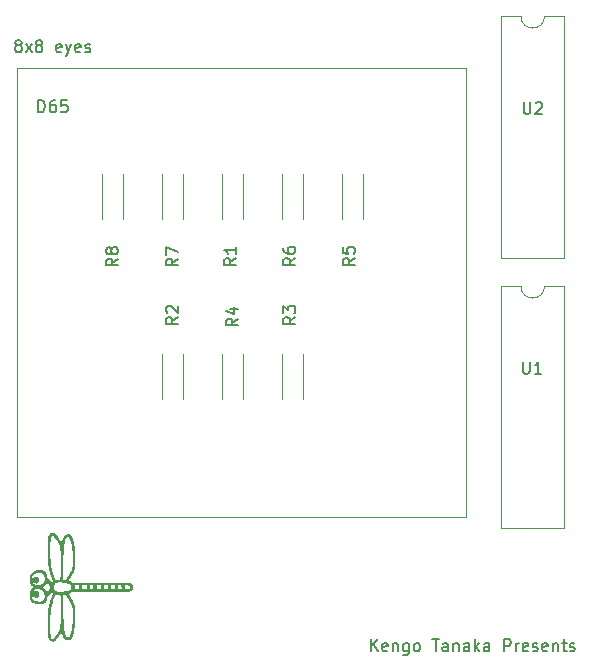
<source format=gto>
G04 #@! TF.GenerationSoftware,KiCad,Pcbnew,(6.0.0)*
G04 #@! TF.CreationDate,2022-02-13T15:34:51+09:00*
G04 #@! TF.ProjectId,8x8_eyes,3878385f-6579-4657-932e-6b696361645f,rev?*
G04 #@! TF.SameCoordinates,PX87a6900PY6486dd0*
G04 #@! TF.FileFunction,Legend,Top*
G04 #@! TF.FilePolarity,Positive*
%FSLAX46Y46*%
G04 Gerber Fmt 4.6, Leading zero omitted, Abs format (unit mm)*
G04 Created by KiCad (PCBNEW (6.0.0)) date 2022-02-13 15:34:51*
%MOMM*%
%LPD*%
G01*
G04 APERTURE LIST*
%ADD10C,0.150000*%
%ADD11C,0.120000*%
G04 APERTURE END LIST*
D10*
X-23320000Y24249048D02*
X-23415239Y24296667D01*
X-23462858Y24344286D01*
X-23510477Y24439524D01*
X-23510477Y24487143D01*
X-23462858Y24582381D01*
X-23415239Y24630000D01*
X-23320000Y24677620D01*
X-23129524Y24677620D01*
X-23034286Y24630000D01*
X-22986667Y24582381D01*
X-22939048Y24487143D01*
X-22939048Y24439524D01*
X-22986667Y24344286D01*
X-23034286Y24296667D01*
X-23129524Y24249048D01*
X-23320000Y24249048D01*
X-23415239Y24201429D01*
X-23462858Y24153810D01*
X-23510477Y24058572D01*
X-23510477Y23868096D01*
X-23462858Y23772858D01*
X-23415239Y23725239D01*
X-23320000Y23677620D01*
X-23129524Y23677620D01*
X-23034286Y23725239D01*
X-22986667Y23772858D01*
X-22939048Y23868096D01*
X-22939048Y24058572D01*
X-22986667Y24153810D01*
X-23034286Y24201429D01*
X-23129524Y24249048D01*
X-22605715Y23677620D02*
X-22081905Y24344286D01*
X-22605715Y24344286D02*
X-22081905Y23677620D01*
X-21558096Y24249048D02*
X-21653334Y24296667D01*
X-21700953Y24344286D01*
X-21748572Y24439524D01*
X-21748572Y24487143D01*
X-21700953Y24582381D01*
X-21653334Y24630000D01*
X-21558096Y24677620D01*
X-21367620Y24677620D01*
X-21272381Y24630000D01*
X-21224762Y24582381D01*
X-21177143Y24487143D01*
X-21177143Y24439524D01*
X-21224762Y24344286D01*
X-21272381Y24296667D01*
X-21367620Y24249048D01*
X-21558096Y24249048D01*
X-21653334Y24201429D01*
X-21700953Y24153810D01*
X-21748572Y24058572D01*
X-21748572Y23868096D01*
X-21700953Y23772858D01*
X-21653334Y23725239D01*
X-21558096Y23677620D01*
X-21367620Y23677620D01*
X-21272381Y23725239D01*
X-21224762Y23772858D01*
X-21177143Y23868096D01*
X-21177143Y24058572D01*
X-21224762Y24153810D01*
X-21272381Y24201429D01*
X-21367620Y24249048D01*
X-19605715Y23725239D02*
X-19700953Y23677620D01*
X-19891429Y23677620D01*
X-19986667Y23725239D01*
X-20034286Y23820477D01*
X-20034286Y24201429D01*
X-19986667Y24296667D01*
X-19891429Y24344286D01*
X-19700953Y24344286D01*
X-19605715Y24296667D01*
X-19558096Y24201429D01*
X-19558096Y24106191D01*
X-20034286Y24010953D01*
X-19224762Y24344286D02*
X-18986667Y23677620D01*
X-18748572Y24344286D02*
X-18986667Y23677620D01*
X-19081905Y23439524D01*
X-19129524Y23391905D01*
X-19224762Y23344286D01*
X-17986667Y23725239D02*
X-18081905Y23677620D01*
X-18272381Y23677620D01*
X-18367620Y23725239D01*
X-18415239Y23820477D01*
X-18415239Y24201429D01*
X-18367620Y24296667D01*
X-18272381Y24344286D01*
X-18081905Y24344286D01*
X-17986667Y24296667D01*
X-17939048Y24201429D01*
X-17939048Y24106191D01*
X-18415239Y24010953D01*
X-17558096Y23725239D02*
X-17462858Y23677620D01*
X-17272381Y23677620D01*
X-17177143Y23725239D01*
X-17129524Y23820477D01*
X-17129524Y23868096D01*
X-17177143Y23963334D01*
X-17272381Y24010953D01*
X-17415239Y24010953D01*
X-17510477Y24058572D01*
X-17558096Y24153810D01*
X-17558096Y24201429D01*
X-17510477Y24296667D01*
X-17415239Y24344286D01*
X-17272381Y24344286D01*
X-17177143Y24296667D01*
X6620952Y-27042380D02*
X6620952Y-26042380D01*
X7192380Y-27042380D02*
X6763809Y-26470952D01*
X7192380Y-26042380D02*
X6620952Y-26613809D01*
X8001904Y-26994761D02*
X7906666Y-27042380D01*
X7716190Y-27042380D01*
X7620952Y-26994761D01*
X7573333Y-26899523D01*
X7573333Y-26518571D01*
X7620952Y-26423333D01*
X7716190Y-26375714D01*
X7906666Y-26375714D01*
X8001904Y-26423333D01*
X8049523Y-26518571D01*
X8049523Y-26613809D01*
X7573333Y-26709047D01*
X8478095Y-26375714D02*
X8478095Y-27042380D01*
X8478095Y-26470952D02*
X8525714Y-26423333D01*
X8620952Y-26375714D01*
X8763809Y-26375714D01*
X8859047Y-26423333D01*
X8906666Y-26518571D01*
X8906666Y-27042380D01*
X9811428Y-26375714D02*
X9811428Y-27185238D01*
X9763809Y-27280476D01*
X9716190Y-27328095D01*
X9620952Y-27375714D01*
X9478095Y-27375714D01*
X9382857Y-27328095D01*
X9811428Y-26994761D02*
X9716190Y-27042380D01*
X9525714Y-27042380D01*
X9430476Y-26994761D01*
X9382857Y-26947142D01*
X9335238Y-26851904D01*
X9335238Y-26566190D01*
X9382857Y-26470952D01*
X9430476Y-26423333D01*
X9525714Y-26375714D01*
X9716190Y-26375714D01*
X9811428Y-26423333D01*
X10430476Y-27042380D02*
X10335238Y-26994761D01*
X10287619Y-26947142D01*
X10240000Y-26851904D01*
X10240000Y-26566190D01*
X10287619Y-26470952D01*
X10335238Y-26423333D01*
X10430476Y-26375714D01*
X10573333Y-26375714D01*
X10668571Y-26423333D01*
X10716190Y-26470952D01*
X10763809Y-26566190D01*
X10763809Y-26851904D01*
X10716190Y-26947142D01*
X10668571Y-26994761D01*
X10573333Y-27042380D01*
X10430476Y-27042380D01*
X11811428Y-26042380D02*
X12382857Y-26042380D01*
X12097142Y-27042380D02*
X12097142Y-26042380D01*
X13144761Y-27042380D02*
X13144761Y-26518571D01*
X13097142Y-26423333D01*
X13001904Y-26375714D01*
X12811428Y-26375714D01*
X12716190Y-26423333D01*
X13144761Y-26994761D02*
X13049523Y-27042380D01*
X12811428Y-27042380D01*
X12716190Y-26994761D01*
X12668571Y-26899523D01*
X12668571Y-26804285D01*
X12716190Y-26709047D01*
X12811428Y-26661428D01*
X13049523Y-26661428D01*
X13144761Y-26613809D01*
X13620952Y-26375714D02*
X13620952Y-27042380D01*
X13620952Y-26470952D02*
X13668571Y-26423333D01*
X13763809Y-26375714D01*
X13906666Y-26375714D01*
X14001904Y-26423333D01*
X14049523Y-26518571D01*
X14049523Y-27042380D01*
X14954285Y-27042380D02*
X14954285Y-26518571D01*
X14906666Y-26423333D01*
X14811428Y-26375714D01*
X14620952Y-26375714D01*
X14525714Y-26423333D01*
X14954285Y-26994761D02*
X14859047Y-27042380D01*
X14620952Y-27042380D01*
X14525714Y-26994761D01*
X14478095Y-26899523D01*
X14478095Y-26804285D01*
X14525714Y-26709047D01*
X14620952Y-26661428D01*
X14859047Y-26661428D01*
X14954285Y-26613809D01*
X15430476Y-27042380D02*
X15430476Y-26042380D01*
X15525714Y-26661428D02*
X15811428Y-27042380D01*
X15811428Y-26375714D02*
X15430476Y-26756666D01*
X16668571Y-27042380D02*
X16668571Y-26518571D01*
X16620952Y-26423333D01*
X16525714Y-26375714D01*
X16335238Y-26375714D01*
X16240000Y-26423333D01*
X16668571Y-26994761D02*
X16573333Y-27042380D01*
X16335238Y-27042380D01*
X16240000Y-26994761D01*
X16192380Y-26899523D01*
X16192380Y-26804285D01*
X16240000Y-26709047D01*
X16335238Y-26661428D01*
X16573333Y-26661428D01*
X16668571Y-26613809D01*
X17906666Y-27042380D02*
X17906666Y-26042380D01*
X18287619Y-26042380D01*
X18382857Y-26090000D01*
X18430476Y-26137619D01*
X18478095Y-26232857D01*
X18478095Y-26375714D01*
X18430476Y-26470952D01*
X18382857Y-26518571D01*
X18287619Y-26566190D01*
X17906666Y-26566190D01*
X18906666Y-27042380D02*
X18906666Y-26375714D01*
X18906666Y-26566190D02*
X18954285Y-26470952D01*
X19001904Y-26423333D01*
X19097142Y-26375714D01*
X19192380Y-26375714D01*
X19906666Y-26994761D02*
X19811428Y-27042380D01*
X19620952Y-27042380D01*
X19525714Y-26994761D01*
X19478095Y-26899523D01*
X19478095Y-26518571D01*
X19525714Y-26423333D01*
X19620952Y-26375714D01*
X19811428Y-26375714D01*
X19906666Y-26423333D01*
X19954285Y-26518571D01*
X19954285Y-26613809D01*
X19478095Y-26709047D01*
X20335238Y-26994761D02*
X20430476Y-27042380D01*
X20620952Y-27042380D01*
X20716190Y-26994761D01*
X20763809Y-26899523D01*
X20763809Y-26851904D01*
X20716190Y-26756666D01*
X20620952Y-26709047D01*
X20478095Y-26709047D01*
X20382857Y-26661428D01*
X20335238Y-26566190D01*
X20335238Y-26518571D01*
X20382857Y-26423333D01*
X20478095Y-26375714D01*
X20620952Y-26375714D01*
X20716190Y-26423333D01*
X21573333Y-26994761D02*
X21478095Y-27042380D01*
X21287619Y-27042380D01*
X21192380Y-26994761D01*
X21144761Y-26899523D01*
X21144761Y-26518571D01*
X21192380Y-26423333D01*
X21287619Y-26375714D01*
X21478095Y-26375714D01*
X21573333Y-26423333D01*
X21620952Y-26518571D01*
X21620952Y-26613809D01*
X21144761Y-26709047D01*
X22049523Y-26375714D02*
X22049523Y-27042380D01*
X22049523Y-26470952D02*
X22097142Y-26423333D01*
X22192380Y-26375714D01*
X22335238Y-26375714D01*
X22430476Y-26423333D01*
X22478095Y-26518571D01*
X22478095Y-27042380D01*
X22811428Y-26375714D02*
X23192380Y-26375714D01*
X22954285Y-26042380D02*
X22954285Y-26899523D01*
X23001904Y-26994761D01*
X23097142Y-27042380D01*
X23192380Y-27042380D01*
X23478095Y-26994761D02*
X23573333Y-27042380D01*
X23763809Y-27042380D01*
X23859047Y-26994761D01*
X23906666Y-26899523D01*
X23906666Y-26851904D01*
X23859047Y-26756666D01*
X23763809Y-26709047D01*
X23620952Y-26709047D01*
X23525714Y-26661428D01*
X23478095Y-26566190D01*
X23478095Y-26518571D01*
X23525714Y-26423333D01*
X23620952Y-26375714D01*
X23763809Y-26375714D01*
X23859047Y-26423333D01*
X-21534286Y18597620D02*
X-21534286Y19597620D01*
X-21296191Y19597620D01*
X-21153334Y19550000D01*
X-21058096Y19454762D01*
X-21010477Y19359524D01*
X-20962858Y19169048D01*
X-20962858Y19026191D01*
X-21010477Y18835715D01*
X-21058096Y18740477D01*
X-21153334Y18645239D01*
X-21296191Y18597620D01*
X-21534286Y18597620D01*
X-20105715Y19597620D02*
X-20296191Y19597620D01*
X-20391429Y19550000D01*
X-20439048Y19502381D01*
X-20534286Y19359524D01*
X-20581905Y19169048D01*
X-20581905Y18788096D01*
X-20534286Y18692858D01*
X-20486667Y18645239D01*
X-20391429Y18597620D01*
X-20200953Y18597620D01*
X-20105715Y18645239D01*
X-20058096Y18692858D01*
X-20010477Y18788096D01*
X-20010477Y19026191D01*
X-20058096Y19121429D01*
X-20105715Y19169048D01*
X-20200953Y19216667D01*
X-20391429Y19216667D01*
X-20486667Y19169048D01*
X-20534286Y19121429D01*
X-20581905Y19026191D01*
X-19105715Y19597620D02*
X-19581905Y19597620D01*
X-19629524Y19121429D01*
X-19581905Y19169048D01*
X-19486667Y19216667D01*
X-19248572Y19216667D01*
X-19153334Y19169048D01*
X-19105715Y19121429D01*
X-19058096Y19026191D01*
X-19058096Y18788096D01*
X-19105715Y18692858D01*
X-19153334Y18645239D01*
X-19248572Y18597620D01*
X-19486667Y18597620D01*
X-19581905Y18645239D01*
X-19629524Y18692858D01*
X-9707620Y1243334D02*
X-10183810Y910000D01*
X-9707620Y671905D02*
X-10707620Y671905D01*
X-10707620Y1052858D01*
X-10660000Y1148096D01*
X-10612381Y1195715D01*
X-10517143Y1243334D01*
X-10374286Y1243334D01*
X-10279048Y1195715D01*
X-10231429Y1148096D01*
X-10183810Y1052858D01*
X-10183810Y671905D01*
X-10612381Y1624286D02*
X-10660000Y1671905D01*
X-10707620Y1767143D01*
X-10707620Y2005239D01*
X-10660000Y2100477D01*
X-10612381Y2148096D01*
X-10517143Y2195715D01*
X-10421905Y2195715D01*
X-10279048Y2148096D01*
X-9707620Y1576667D01*
X-9707620Y2195715D01*
X212380Y1243334D02*
X-263810Y910000D01*
X212380Y671905D02*
X-787620Y671905D01*
X-787620Y1052858D01*
X-740000Y1148096D01*
X-692381Y1195715D01*
X-597143Y1243334D01*
X-454286Y1243334D01*
X-359048Y1195715D01*
X-311429Y1148096D01*
X-263810Y1052858D01*
X-263810Y671905D01*
X-787620Y1576667D02*
X-787620Y2195715D01*
X-406667Y1862381D01*
X-406667Y2005239D01*
X-359048Y2100477D01*
X-311429Y2148096D01*
X-216191Y2195715D01*
X21904Y2195715D01*
X117142Y2148096D01*
X164761Y2100477D01*
X212380Y2005239D01*
X212380Y1719524D01*
X164761Y1624286D01*
X117142Y1576667D01*
X212380Y6243334D02*
X-263810Y5910000D01*
X212380Y5671905D02*
X-787620Y5671905D01*
X-787620Y6052858D01*
X-740000Y6148096D01*
X-692381Y6195715D01*
X-597143Y6243334D01*
X-454286Y6243334D01*
X-359048Y6195715D01*
X-311429Y6148096D01*
X-263810Y6052858D01*
X-263810Y5671905D01*
X-787620Y7100477D02*
X-787620Y6910000D01*
X-740000Y6814762D01*
X-692381Y6767143D01*
X-549524Y6671905D01*
X-359048Y6624286D01*
X21904Y6624286D01*
X117142Y6671905D01*
X164761Y6719524D01*
X212380Y6814762D01*
X212380Y7005239D01*
X164761Y7100477D01*
X117142Y7148096D01*
X21904Y7195715D01*
X-216191Y7195715D01*
X-311429Y7148096D01*
X-359048Y7100477D01*
X-406667Y7005239D01*
X-406667Y6814762D01*
X-359048Y6719524D01*
X-311429Y6671905D01*
X-216191Y6624286D01*
X5252380Y6243334D02*
X4776190Y5910000D01*
X5252380Y5671905D02*
X4252380Y5671905D01*
X4252380Y6052858D01*
X4300000Y6148096D01*
X4347619Y6195715D01*
X4442857Y6243334D01*
X4585714Y6243334D01*
X4680952Y6195715D01*
X4728571Y6148096D01*
X4776190Y6052858D01*
X4776190Y5671905D01*
X4252380Y7148096D02*
X4252380Y6671905D01*
X4728571Y6624286D01*
X4680952Y6671905D01*
X4633333Y6767143D01*
X4633333Y7005239D01*
X4680952Y7100477D01*
X4728571Y7148096D01*
X4823809Y7195715D01*
X5061904Y7195715D01*
X5157142Y7148096D01*
X5204761Y7100477D01*
X5252380Y7005239D01*
X5252380Y6767143D01*
X5204761Y6671905D01*
X5157142Y6624286D01*
X19498095Y-2542380D02*
X19498095Y-3351904D01*
X19545714Y-3447142D01*
X19593333Y-3494761D01*
X19688571Y-3542380D01*
X19879047Y-3542380D01*
X19974285Y-3494761D01*
X20021904Y-3447142D01*
X20069523Y-3351904D01*
X20069523Y-2542380D01*
X21069523Y-3542380D02*
X20498095Y-3542380D01*
X20783809Y-3542380D02*
X20783809Y-2542380D01*
X20688571Y-2685238D01*
X20593333Y-2780476D01*
X20498095Y-2828095D01*
X-4787620Y6243334D02*
X-5263810Y5910000D01*
X-4787620Y5671905D02*
X-5787620Y5671905D01*
X-5787620Y6052858D01*
X-5740000Y6148096D01*
X-5692381Y6195715D01*
X-5597143Y6243334D01*
X-5454286Y6243334D01*
X-5359048Y6195715D01*
X-5311429Y6148096D01*
X-5263810Y6052858D01*
X-5263810Y5671905D01*
X-4787620Y7195715D02*
X-4787620Y6624286D01*
X-4787620Y6910000D02*
X-5787620Y6910000D01*
X-5644762Y6814762D01*
X-5549524Y6719524D01*
X-5501905Y6624286D01*
X-4627620Y1103334D02*
X-5103810Y770000D01*
X-4627620Y531905D02*
X-5627620Y531905D01*
X-5627620Y912858D01*
X-5580000Y1008096D01*
X-5532381Y1055715D01*
X-5437143Y1103334D01*
X-5294286Y1103334D01*
X-5199048Y1055715D01*
X-5151429Y1008096D01*
X-5103810Y912858D01*
X-5103810Y531905D01*
X-5294286Y1960477D02*
X-4627620Y1960477D01*
X-5675239Y1722381D02*
X-4960953Y1484286D01*
X-4960953Y2103334D01*
X-14787620Y6183334D02*
X-15263810Y5850000D01*
X-14787620Y5611905D02*
X-15787620Y5611905D01*
X-15787620Y5992858D01*
X-15740000Y6088096D01*
X-15692381Y6135715D01*
X-15597143Y6183334D01*
X-15454286Y6183334D01*
X-15359048Y6135715D01*
X-15311429Y6088096D01*
X-15263810Y5992858D01*
X-15263810Y5611905D01*
X-15359048Y6754762D02*
X-15406667Y6659524D01*
X-15454286Y6611905D01*
X-15549524Y6564286D01*
X-15597143Y6564286D01*
X-15692381Y6611905D01*
X-15740000Y6659524D01*
X-15787620Y6754762D01*
X-15787620Y6945239D01*
X-15740000Y7040477D01*
X-15692381Y7088096D01*
X-15597143Y7135715D01*
X-15549524Y7135715D01*
X-15454286Y7088096D01*
X-15406667Y7040477D01*
X-15359048Y6945239D01*
X-15359048Y6754762D01*
X-15311429Y6659524D01*
X-15263810Y6611905D01*
X-15168572Y6564286D01*
X-14978096Y6564286D01*
X-14882858Y6611905D01*
X-14835239Y6659524D01*
X-14787620Y6754762D01*
X-14787620Y6945239D01*
X-14835239Y7040477D01*
X-14882858Y7088096D01*
X-14978096Y7135715D01*
X-15168572Y7135715D01*
X-15263810Y7088096D01*
X-15311429Y7040477D01*
X-15359048Y6945239D01*
X19568095Y19457620D02*
X19568095Y18648096D01*
X19615714Y18552858D01*
X19663333Y18505239D01*
X19758571Y18457620D01*
X19949047Y18457620D01*
X20044285Y18505239D01*
X20091904Y18552858D01*
X20139523Y18648096D01*
X20139523Y19457620D01*
X20568095Y19362381D02*
X20615714Y19410000D01*
X20710952Y19457620D01*
X20949047Y19457620D01*
X21044285Y19410000D01*
X21091904Y19362381D01*
X21139523Y19267143D01*
X21139523Y19171905D01*
X21091904Y19029048D01*
X20520476Y18457620D01*
X21139523Y18457620D01*
X-9707620Y6183334D02*
X-10183810Y5850000D01*
X-9707620Y5611905D02*
X-10707620Y5611905D01*
X-10707620Y5992858D01*
X-10660000Y6088096D01*
X-10612381Y6135715D01*
X-10517143Y6183334D01*
X-10374286Y6183334D01*
X-10279048Y6135715D01*
X-10231429Y6088096D01*
X-10183810Y5992858D01*
X-10183810Y5611905D01*
X-10707620Y6516667D02*
X-10707620Y7183334D01*
X-9707620Y6754762D01*
D11*
X14685000Y-15685000D02*
X-23315000Y-15685000D01*
X-23315000Y22315000D02*
X14685000Y22315000D01*
X-23315000Y-15685000D02*
X-23315000Y22315000D01*
X14685000Y22315000D02*
X14685000Y-15685000D01*
X-9240000Y-1890000D02*
X-9240000Y-5730000D01*
X-11080000Y-1890000D02*
X-11080000Y-5730000D01*
X920000Y-1890000D02*
X920000Y-5730000D01*
X-920000Y-1890000D02*
X-920000Y-5730000D01*
X920000Y9510000D02*
X920000Y13350000D01*
X-920000Y9510000D02*
X-920000Y13350000D01*
X6000000Y9510000D02*
X6000000Y13350000D01*
X4160000Y9510000D02*
X4160000Y13350000D01*
X17680000Y3855000D02*
X17680000Y-16585000D01*
X17680000Y-16585000D02*
X22980000Y-16585000D01*
X22980000Y3855000D02*
X21330000Y3855000D01*
X22980000Y-16585000D02*
X22980000Y3855000D01*
X19330000Y3855000D02*
X17680000Y3855000D01*
X19330000Y3855000D02*
G75*
G03*
X21330000Y3855000I1000000J0D01*
G01*
X-6000000Y9510000D02*
X-6000000Y13350000D01*
X-4160000Y9510000D02*
X-4160000Y13350000D01*
X-6000000Y-5730000D02*
X-6000000Y-1890000D01*
X-4160000Y-5730000D02*
X-4160000Y-1890000D01*
G36*
X-14679084Y-22010487D02*
G01*
X-14883285Y-22010998D01*
X-15116465Y-22011347D01*
X-15380667Y-22011567D01*
X-15383773Y-22011568D01*
X-15632981Y-22011666D01*
X-15677934Y-22011684D01*
X-16010310Y-22011730D01*
X-16208075Y-22011736D01*
X-18626149Y-22011736D01*
X-18706282Y-22065039D01*
X-18819703Y-22132291D01*
X-18916481Y-22172596D01*
X-18937641Y-22182626D01*
X-18939520Y-22200832D01*
X-18922523Y-22239164D01*
X-18918962Y-22246221D01*
X-18888713Y-22298950D01*
X-18858605Y-22341452D01*
X-18857054Y-22343252D01*
X-18824786Y-22387963D01*
X-18780636Y-22460029D01*
X-18728538Y-22551881D01*
X-18672423Y-22655947D01*
X-18616224Y-22764658D01*
X-18563873Y-22870443D01*
X-18519304Y-22965730D01*
X-18486447Y-23042951D01*
X-18471630Y-23085245D01*
X-18451722Y-23149305D01*
X-18431642Y-23205662D01*
X-18425989Y-23219434D01*
X-18419116Y-23254268D01*
X-18413054Y-23321862D01*
X-18407853Y-23416642D01*
X-18403567Y-23533035D01*
X-18400249Y-23665469D01*
X-18397951Y-23808371D01*
X-18396725Y-23956167D01*
X-18396624Y-24103286D01*
X-18397701Y-24244153D01*
X-18400009Y-24373197D01*
X-18403599Y-24484843D01*
X-18408525Y-24573520D01*
X-18412782Y-24618830D01*
X-18425164Y-24724528D01*
X-18437948Y-24840414D01*
X-18448752Y-24944756D01*
X-18450616Y-24963887D01*
X-18468847Y-25139513D01*
X-18487485Y-25284043D01*
X-18508130Y-25404701D01*
X-18532381Y-25508713D01*
X-18561837Y-25603303D01*
X-18598099Y-25695696D01*
X-18626748Y-25759434D01*
X-18697019Y-25893903D01*
X-18767051Y-25993405D01*
X-18840382Y-26061127D01*
X-18920547Y-26100255D01*
X-19011083Y-26113977D01*
X-19020281Y-26114075D01*
X-19027213Y-26113291D01*
X-19127104Y-26101995D01*
X-19215525Y-26062344D01*
X-19296679Y-25990007D01*
X-19301072Y-25985070D01*
X-19401236Y-25847879D01*
X-19469031Y-25702342D01*
X-19502100Y-25554095D01*
X-19505075Y-25496980D01*
X-19508921Y-25441320D01*
X-19518427Y-25403260D01*
X-19524240Y-25395338D01*
X-19543648Y-25403745D01*
X-19574186Y-25437627D01*
X-19600295Y-25475679D01*
X-19638578Y-25535923D01*
X-19689006Y-25613304D01*
X-19742097Y-25693304D01*
X-19754336Y-25711509D01*
X-19806869Y-25789866D01*
X-19859400Y-25868960D01*
X-19902328Y-25934316D01*
X-19910206Y-25946461D01*
X-19999723Y-26061398D01*
X-20098250Y-26146901D01*
X-20201645Y-26202218D01*
X-20305765Y-26226598D01*
X-20320783Y-26225508D01*
X-20406467Y-26219288D01*
X-20499609Y-26179538D01*
X-20581047Y-26106596D01*
X-20606248Y-26072744D01*
X-20637599Y-26021391D01*
X-20659597Y-25970601D01*
X-20675101Y-25909988D01*
X-20686971Y-25829165D01*
X-20695132Y-25749849D01*
X-20705612Y-25651709D01*
X-20718829Y-25547077D01*
X-20732035Y-25457593D01*
X-20732844Y-25452717D01*
X-20738682Y-25405934D01*
X-20742816Y-25343227D01*
X-20745253Y-25261223D01*
X-20745999Y-25156544D01*
X-20745894Y-25141921D01*
X-20535762Y-25141921D01*
X-20533885Y-25251126D01*
X-20527537Y-25325623D01*
X-20520966Y-25354691D01*
X-20510388Y-25400341D01*
X-20500216Y-25471938D01*
X-20492059Y-25557106D01*
X-20489480Y-25596490D01*
X-20475200Y-25739687D01*
X-20450353Y-25852882D01*
X-20415776Y-25934270D01*
X-20372307Y-25982041D01*
X-20320783Y-25994388D01*
X-20306395Y-25991634D01*
X-20272286Y-25978979D01*
X-20237998Y-25957711D01*
X-20200516Y-25924239D01*
X-20156826Y-25874971D01*
X-20103914Y-25806316D01*
X-20038764Y-25714682D01*
X-19958363Y-25596477D01*
X-19895124Y-25501627D01*
X-19841443Y-25419743D01*
X-19800406Y-25352453D01*
X-19769381Y-25291963D01*
X-19745733Y-25230478D01*
X-19726832Y-25160202D01*
X-19710043Y-25073342D01*
X-19692736Y-24962102D01*
X-19677896Y-24858453D01*
X-19665157Y-24771969D01*
X-19651917Y-24687799D01*
X-19640873Y-24623031D01*
X-19640096Y-24618830D01*
X-19637169Y-24583189D01*
X-19634802Y-24513648D01*
X-19632975Y-24414640D01*
X-19631668Y-24290601D01*
X-19630863Y-24145966D01*
X-19630539Y-23985169D01*
X-19630676Y-23812644D01*
X-19631256Y-23632827D01*
X-19632257Y-23450152D01*
X-19633662Y-23269053D01*
X-19635448Y-23093966D01*
X-19637598Y-22929325D01*
X-19640092Y-22779564D01*
X-19642909Y-22649119D01*
X-19646030Y-22542424D01*
X-19649435Y-22463913D01*
X-19649685Y-22459562D01*
X-19660689Y-22272127D01*
X-19419019Y-22272127D01*
X-19412222Y-23335252D01*
X-19410597Y-23539077D01*
X-19408417Y-23735673D01*
X-19405767Y-23920899D01*
X-19402736Y-24090613D01*
X-19399409Y-24240676D01*
X-19395875Y-24366945D01*
X-19392219Y-24465281D01*
X-19388530Y-24531542D01*
X-19386653Y-24551736D01*
X-19377945Y-24633467D01*
X-19368526Y-24739181D01*
X-19359592Y-24854568D01*
X-19352989Y-24954302D01*
X-19345620Y-25054776D01*
X-19336371Y-25147254D01*
X-19326390Y-25221844D01*
X-19316828Y-25268655D01*
X-19316256Y-25270477D01*
X-19302930Y-25331517D01*
X-19295198Y-25405988D01*
X-19294415Y-25433961D01*
X-19284054Y-25518522D01*
X-19256021Y-25609048D01*
X-19214888Y-25697834D01*
X-19165229Y-25777179D01*
X-19111617Y-25839379D01*
X-19058626Y-25876730D01*
X-19027213Y-25884037D01*
X-18983666Y-25866279D01*
X-18933947Y-25816166D01*
X-18881554Y-25738446D01*
X-18829986Y-25637864D01*
X-18808183Y-25586905D01*
X-18781740Y-25519060D01*
X-18760650Y-25457246D01*
X-18743224Y-25393771D01*
X-18727774Y-25320942D01*
X-18712612Y-25231067D01*
X-18696050Y-25116451D01*
X-18681982Y-25011811D01*
X-18670163Y-24922417D01*
X-18655718Y-24813209D01*
X-18641055Y-24702379D01*
X-18635072Y-24657170D01*
X-18625999Y-24566578D01*
X-18618250Y-24445425D01*
X-18612161Y-24301480D01*
X-18608068Y-24142507D01*
X-18606368Y-23992872D01*
X-18606157Y-23835770D01*
X-18607332Y-23710235D01*
X-18610256Y-23609511D01*
X-18615295Y-23526838D01*
X-18622813Y-23455459D01*
X-18633176Y-23388615D01*
X-18641291Y-23345982D01*
X-18682189Y-23189067D01*
X-18743904Y-23029424D01*
X-18775292Y-22961980D01*
X-18815381Y-22881718D01*
X-18851184Y-22814483D01*
X-18878594Y-22767710D01*
X-18892844Y-22749159D01*
X-18915098Y-22722616D01*
X-18930623Y-22691121D01*
X-18962830Y-22624104D01*
X-19012850Y-22539925D01*
X-19073052Y-22450103D01*
X-19135806Y-22366156D01*
X-19181772Y-22311996D01*
X-19270412Y-22215562D01*
X-19344716Y-22243845D01*
X-19419019Y-22272127D01*
X-19660689Y-22272127D01*
X-19661096Y-22265201D01*
X-19852091Y-22257633D01*
X-19865944Y-22257084D01*
X-19960133Y-22253772D01*
X-20023861Y-22254880D01*
X-20064990Y-22263653D01*
X-20091380Y-22283338D01*
X-20110894Y-22317182D01*
X-20130598Y-22366377D01*
X-20195510Y-22538603D01*
X-20247465Y-22686750D01*
X-20289974Y-22821363D01*
X-20326548Y-22952985D01*
X-20328533Y-22960641D01*
X-20352560Y-23051185D01*
X-20375392Y-23132920D01*
X-20394131Y-23195707D01*
X-20404225Y-23225474D01*
X-20420299Y-23285189D01*
X-20425434Y-23333290D01*
X-20431993Y-23385167D01*
X-20448405Y-23449927D01*
X-20455411Y-23471024D01*
X-20461618Y-23490904D01*
X-20467239Y-23515697D01*
X-20472408Y-23548093D01*
X-20477264Y-23590784D01*
X-20481942Y-23646460D01*
X-20486579Y-23717811D01*
X-20491312Y-23807528D01*
X-20496278Y-23918302D01*
X-20501613Y-24052823D01*
X-20507454Y-24213783D01*
X-20513938Y-24403871D01*
X-20521202Y-24625778D01*
X-20529382Y-24882196D01*
X-20533099Y-25000050D01*
X-20535762Y-25141921D01*
X-20745894Y-25141921D01*
X-20745060Y-25025817D01*
X-20742443Y-24865666D01*
X-20738154Y-24672717D01*
X-20734591Y-24532566D01*
X-20727208Y-24274511D01*
X-20719451Y-24051357D01*
X-20711015Y-23859666D01*
X-20701596Y-23695999D01*
X-20690887Y-23556919D01*
X-20678585Y-23438986D01*
X-20664384Y-23338762D01*
X-20647980Y-23252808D01*
X-20629067Y-23177687D01*
X-20608771Y-23114000D01*
X-20590636Y-23055116D01*
X-20569691Y-22976330D01*
X-20551660Y-22899944D01*
X-20533559Y-22823316D01*
X-20515039Y-22754454D01*
X-20500107Y-22708261D01*
X-20500102Y-22708246D01*
X-20484845Y-22668056D01*
X-20460364Y-22601852D01*
X-20430366Y-22519716D01*
X-20406088Y-22452641D01*
X-20373848Y-22363927D01*
X-20343724Y-22282310D01*
X-20319646Y-22218366D01*
X-20307999Y-22188569D01*
X-20294651Y-22124011D01*
X-20315710Y-22073680D01*
X-20352111Y-22043583D01*
X-20369923Y-22041494D01*
X-20397425Y-22055460D01*
X-20438695Y-22088719D01*
X-20497812Y-22144506D01*
X-20567860Y-22214831D01*
X-20650046Y-22301825D01*
X-20711468Y-22373589D01*
X-20749219Y-22426535D01*
X-20760389Y-22452641D01*
X-20773353Y-22520152D01*
X-20788412Y-22598572D01*
X-20830784Y-22731571D01*
X-20884282Y-22843623D01*
X-20945678Y-22926715D01*
X-20954795Y-22935651D01*
X-21031625Y-22995605D01*
X-21117190Y-23037052D01*
X-21217508Y-23061124D01*
X-21338595Y-23068951D01*
X-21356584Y-23068065D01*
X-21486469Y-23061664D01*
X-21575622Y-23052316D01*
X-21730419Y-23026880D01*
X-21856921Y-22988596D01*
X-21964230Y-22933072D01*
X-22061449Y-22855915D01*
X-22130150Y-22784679D01*
X-22183190Y-22721693D01*
X-22220618Y-22666051D01*
X-22244849Y-22609057D01*
X-22258297Y-22542013D01*
X-22263377Y-22456221D01*
X-22263011Y-22408861D01*
X-22051288Y-22408861D01*
X-22032464Y-22514715D01*
X-21977883Y-22611198D01*
X-21898498Y-22692079D01*
X-21801602Y-22759995D01*
X-21694772Y-22805238D01*
X-21568906Y-22830765D01*
X-21446083Y-22839036D01*
X-21356584Y-22840373D01*
X-21294546Y-22837970D01*
X-21249136Y-22829988D01*
X-21209524Y-22814593D01*
X-21168227Y-22791914D01*
X-21109873Y-22751605D01*
X-21072341Y-22705649D01*
X-21042880Y-22639546D01*
X-21020293Y-22578295D01*
X-21002099Y-22529050D01*
X-20995092Y-22510151D01*
X-20984467Y-22450258D01*
X-20984883Y-22367582D01*
X-20995713Y-22275858D01*
X-21008499Y-22216123D01*
X-21040772Y-22112245D01*
X-21079589Y-22033529D01*
X-21132380Y-21966809D01*
X-21169307Y-21931139D01*
X-21282126Y-21854048D01*
X-21417473Y-21803560D01*
X-21568011Y-21782240D01*
X-21596772Y-21781698D01*
X-21617127Y-21782550D01*
X-21671012Y-21784804D01*
X-21734786Y-21792935D01*
X-21773373Y-21803979D01*
X-21826870Y-21837490D01*
X-21881187Y-21879359D01*
X-21926943Y-21921348D01*
X-21954758Y-21955219D01*
X-21959019Y-21967019D01*
X-21956387Y-21985999D01*
X-21942546Y-21990314D01*
X-21908582Y-21979642D01*
X-21869798Y-21963811D01*
X-21765205Y-21936553D01*
X-21666574Y-21941498D01*
X-21580499Y-21976642D01*
X-21513571Y-22039977D01*
X-21490428Y-22079283D01*
X-21454334Y-22188797D01*
X-21453174Y-22288382D01*
X-21486169Y-22374857D01*
X-21552539Y-22445042D01*
X-21585207Y-22466138D01*
X-21673555Y-22501867D01*
X-21761933Y-22505365D01*
X-21860733Y-22476899D01*
X-21868930Y-22473450D01*
X-21953380Y-22423445D01*
X-22002860Y-22359969D01*
X-22018796Y-22290225D01*
X-22021064Y-22232188D01*
X-22035698Y-22289698D01*
X-22051288Y-22408861D01*
X-22263011Y-22408861D01*
X-22262502Y-22342983D01*
X-22261677Y-22310846D01*
X-22253806Y-22160442D01*
X-22237682Y-22040184D01*
X-22210634Y-21942285D01*
X-22169993Y-21858961D01*
X-22113089Y-21782426D01*
X-22062011Y-21728586D01*
X-22012564Y-21678578D01*
X-21976533Y-21639312D01*
X-21124867Y-21639312D01*
X-21122357Y-21643424D01*
X-21050240Y-21696548D01*
X-20977571Y-21763876D01*
X-20910734Y-21837779D01*
X-20856111Y-21910628D01*
X-20820083Y-21974794D01*
X-20808830Y-22018212D01*
X-20799121Y-22045895D01*
X-20773353Y-22046024D01*
X-20736566Y-22023061D01*
X-20693799Y-21981465D01*
X-20650092Y-21925696D01*
X-20610485Y-21860213D01*
X-20595722Y-21829622D01*
X-20556650Y-21731876D01*
X-20538036Y-21652002D01*
X-20539917Y-21576913D01*
X-20543139Y-21564924D01*
X-20216436Y-21564924D01*
X-20215642Y-21648169D01*
X-20211053Y-21727859D01*
X-20203032Y-21791870D01*
X-20193648Y-21825164D01*
X-20147242Y-21886168D01*
X-20069931Y-21944719D01*
X-20016246Y-21975371D01*
X-19984607Y-21990424D01*
X-19951566Y-22000664D01*
X-19909826Y-22006689D01*
X-19852091Y-22009095D01*
X-19771067Y-22008483D01*
X-19659457Y-22005448D01*
X-19652020Y-22005214D01*
X-19539167Y-22000416D01*
X-19429578Y-21993564D01*
X-19333816Y-21985466D01*
X-19262446Y-21976927D01*
X-19246490Y-21974234D01*
X-19166352Y-21959970D01*
X-19085970Y-21947118D01*
X-19045879Y-21941481D01*
X-18966781Y-21924023D01*
X-18896132Y-21889515D01*
X-18820950Y-21831140D01*
X-18800792Y-21812825D01*
X-18766136Y-21777277D01*
X-18747436Y-21743540D01*
X-18739840Y-21697773D01*
X-18738490Y-21635066D01*
X-18739646Y-21609352D01*
X-18447817Y-21609352D01*
X-18442095Y-21678032D01*
X-18429424Y-21762528D01*
X-18067547Y-21762528D01*
X-17818339Y-21762528D01*
X-17434943Y-21762528D01*
X-17434943Y-21600681D01*
X-17180412Y-21600681D01*
X-17179245Y-21637924D01*
X-17175514Y-21752943D01*
X-17017682Y-21758511D01*
X-16859849Y-21764079D01*
X-16859849Y-21762528D01*
X-16591471Y-21762528D01*
X-16208075Y-21762528D01*
X-16208075Y-21627738D01*
X-16210822Y-21558225D01*
X-15975080Y-21558225D01*
X-15974095Y-21624676D01*
X-15968453Y-21752943D01*
X-15632981Y-21764021D01*
X-15632981Y-21762528D01*
X-15383773Y-21762528D01*
X-15019547Y-21762528D01*
X-14789509Y-21762528D01*
X-14481180Y-21762528D01*
X-14486778Y-21614463D01*
X-14489614Y-21539466D01*
X-14232699Y-21539466D01*
X-14231705Y-21615411D01*
X-14229925Y-21648534D01*
X-14224000Y-21752943D01*
X-14040363Y-21758390D01*
X-13954594Y-21760365D01*
X-13897865Y-21758952D01*
X-13860909Y-21752347D01*
X-13834457Y-21738744D01*
X-13809243Y-21716338D01*
X-13805533Y-21712644D01*
X-13763508Y-21652712D01*
X-13759420Y-21595540D01*
X-13793317Y-21542127D01*
X-13797471Y-21538227D01*
X-13850462Y-21496682D01*
X-13905546Y-21471522D01*
X-13974704Y-21459111D01*
X-14069016Y-21455811D01*
X-14146663Y-21457573D01*
X-14195967Y-21467481D01*
X-14222716Y-21492467D01*
X-14232699Y-21539466D01*
X-14489614Y-21539466D01*
X-14492377Y-21466398D01*
X-14621785Y-21469565D01*
X-14690250Y-21472830D01*
X-14743851Y-21478303D01*
X-14770351Y-21484573D01*
X-14779912Y-21508357D01*
X-14786779Y-21559538D01*
X-14789506Y-21627193D01*
X-14789509Y-21629471D01*
X-14789509Y-21762528D01*
X-15019547Y-21762528D01*
X-15019547Y-21629471D01*
X-15022695Y-21553727D01*
X-15031349Y-21501875D01*
X-15041664Y-21482744D01*
X-15076988Y-21472099D01*
X-15134990Y-21465149D01*
X-15204187Y-21461999D01*
X-15273095Y-21462753D01*
X-15330233Y-21467515D01*
X-15364116Y-21476389D01*
X-15367979Y-21479785D01*
X-15375780Y-21510239D01*
X-15381367Y-21566558D01*
X-15383480Y-21633132D01*
X-15383773Y-21762528D01*
X-15632981Y-21762528D01*
X-15632981Y-21619501D01*
X-15634130Y-21544990D01*
X-15638762Y-21501066D01*
X-15648658Y-21480011D01*
X-15665598Y-21474112D01*
X-15666528Y-21474079D01*
X-15704050Y-21472609D01*
X-15763788Y-21469821D01*
X-15805509Y-21467722D01*
X-15887923Y-21466343D01*
X-15939152Y-21476774D01*
X-15965952Y-21505305D01*
X-15975080Y-21558225D01*
X-16210822Y-21558225D01*
X-16211379Y-21544134D01*
X-16221424Y-21497109D01*
X-16232038Y-21485466D01*
X-16261141Y-21481105D01*
X-16318154Y-21475914D01*
X-16392684Y-21470783D01*
X-16423736Y-21469019D01*
X-16591471Y-21460054D01*
X-16591471Y-21762528D01*
X-16859849Y-21762528D01*
X-16859849Y-21455811D01*
X-17011916Y-21455811D01*
X-17092133Y-21456821D01*
X-17142496Y-21464635D01*
X-17169600Y-21486431D01*
X-17180040Y-21529387D01*
X-17180412Y-21600681D01*
X-17434943Y-21600681D01*
X-17434943Y-21463885D01*
X-17554755Y-21459064D01*
X-17632719Y-21458416D01*
X-17707074Y-21461836D01*
X-17746453Y-21466297D01*
X-17818339Y-21478351D01*
X-17818339Y-21762528D01*
X-18067547Y-21762528D01*
X-18067547Y-21630687D01*
X-18071663Y-21544157D01*
X-18083710Y-21491159D01*
X-18092854Y-21477842D01*
X-18127263Y-21466981D01*
X-18189798Y-21463363D01*
X-18241420Y-21465314D01*
X-18310890Y-21469851D01*
X-18367998Y-21473152D01*
X-18396703Y-21474385D01*
X-18424590Y-21492380D01*
X-18442207Y-21539964D01*
X-18447817Y-21609352D01*
X-18739646Y-21609352D01*
X-18741706Y-21563523D01*
X-18750031Y-21501711D01*
X-18758853Y-21470433D01*
X-18805792Y-21410867D01*
X-18886281Y-21359719D01*
X-18996062Y-21319059D01*
X-19126956Y-21291532D01*
X-19215713Y-21277255D01*
X-19288856Y-21263784D01*
X-19299436Y-21261836D01*
X-19364225Y-21247900D01*
X-19380679Y-21243626D01*
X-19440827Y-21232467D01*
X-19525451Y-21224253D01*
X-19624203Y-21219157D01*
X-19726733Y-21217354D01*
X-19822695Y-21219016D01*
X-19901739Y-21224318D01*
X-19953516Y-21233433D01*
X-19955200Y-21233990D01*
X-20018710Y-21263952D01*
X-20075568Y-21301495D01*
X-20085766Y-21308229D01*
X-20146178Y-21358578D01*
X-20189758Y-21406754D01*
X-20205205Y-21436256D01*
X-20213078Y-21490245D01*
X-20216436Y-21564924D01*
X-20543139Y-21564924D01*
X-20562326Y-21493520D01*
X-20596862Y-21407887D01*
X-20632099Y-21340630D01*
X-20674007Y-21280384D01*
X-20717503Y-21231727D01*
X-20757500Y-21199233D01*
X-20788913Y-21187479D01*
X-20806658Y-21201040D01*
X-20808830Y-21217140D01*
X-20826193Y-21281842D01*
X-20878296Y-21362559D01*
X-20965165Y-21459325D01*
X-21006596Y-21499650D01*
X-21072402Y-21565122D01*
X-21112455Y-21612457D01*
X-21124867Y-21639312D01*
X-21976533Y-21639312D01*
X-21976090Y-21638829D01*
X-21959399Y-21616824D01*
X-21959019Y-21615407D01*
X-21972393Y-21597188D01*
X-22006762Y-21563360D01*
X-22037226Y-21536320D01*
X-22123007Y-21448932D01*
X-22186767Y-21349769D01*
X-22230619Y-21232977D01*
X-22256674Y-21092699D01*
X-22267047Y-20923081D01*
X-22267354Y-20898477D01*
X-22266701Y-20816654D01*
X-22047433Y-20816654D01*
X-22043442Y-20887893D01*
X-22035254Y-20950280D01*
X-22029542Y-20977944D01*
X-22024346Y-20974242D01*
X-22017705Y-20942533D01*
X-22016263Y-20934438D01*
X-21986596Y-20851584D01*
X-21930273Y-20793381D01*
X-21845591Y-20758739D01*
X-21730845Y-20746568D01*
X-21722847Y-20746528D01*
X-21618486Y-20762003D01*
X-21535675Y-20805300D01*
X-21478240Y-20871733D01*
X-21450007Y-20956610D01*
X-21454801Y-21055244D01*
X-21458492Y-21070512D01*
X-21488441Y-21159050D01*
X-21527603Y-21220641D01*
X-21584426Y-21266674D01*
X-21617805Y-21285243D01*
X-21668226Y-21308331D01*
X-21709172Y-21316355D01*
X-21758283Y-21310873D01*
X-21800531Y-21301384D01*
X-21859107Y-21285050D01*
X-21900686Y-21269204D01*
X-21913119Y-21260837D01*
X-21936674Y-21245291D01*
X-21956470Y-21257529D01*
X-21959019Y-21270111D01*
X-21943475Y-21302809D01*
X-21902719Y-21345282D01*
X-21845568Y-21389639D01*
X-21785006Y-21425882D01*
X-21712709Y-21447684D01*
X-21617127Y-21455664D01*
X-21510451Y-21450531D01*
X-21404874Y-21433000D01*
X-21312588Y-21403780D01*
X-21298646Y-21397486D01*
X-21195130Y-21333198D01*
X-21110478Y-21251374D01*
X-21052865Y-21160583D01*
X-21040034Y-21126420D01*
X-21020791Y-21063336D01*
X-21003506Y-21007695D01*
X-20999714Y-20995736D01*
X-20983977Y-20894678D01*
X-20992845Y-20774921D01*
X-21020427Y-20662367D01*
X-21064873Y-20555563D01*
X-21122238Y-20478309D01*
X-21197252Y-20427956D01*
X-21294646Y-20401853D01*
X-21419153Y-20397348D01*
X-21485673Y-20401696D01*
X-21615093Y-20418215D01*
X-21717926Y-20444475D01*
X-21805502Y-20484528D01*
X-21889148Y-20542426D01*
X-21897172Y-20548897D01*
X-21981133Y-20631844D01*
X-22030147Y-20718610D01*
X-22047433Y-20816654D01*
X-22266701Y-20816654D01*
X-22266415Y-20780857D01*
X-22259085Y-20691607D01*
X-22241742Y-20620855D01*
X-22210767Y-20558732D01*
X-22162537Y-20495369D01*
X-22093431Y-20420894D01*
X-22091353Y-20418751D01*
X-21999624Y-20334703D01*
X-21905804Y-20273233D01*
X-21800274Y-20230093D01*
X-21673414Y-20201034D01*
X-21566038Y-20186718D01*
X-21429260Y-20174173D01*
X-21322402Y-20169734D01*
X-21237807Y-20173901D01*
X-21167816Y-20187177D01*
X-21104772Y-20210062D01*
X-21087810Y-20218021D01*
X-20986543Y-20280915D01*
X-20906598Y-20362359D01*
X-20844878Y-20467293D01*
X-20798286Y-20600657D01*
X-20771293Y-20722934D01*
X-20758188Y-20783781D01*
X-20740374Y-20829713D01*
X-20710813Y-20872455D01*
X-20662468Y-20923731D01*
X-20634324Y-20951159D01*
X-20569915Y-21015809D01*
X-20507449Y-21082771D01*
X-20459315Y-21138711D01*
X-20455078Y-21144066D01*
X-20391664Y-21225301D01*
X-20341455Y-21185806D01*
X-20303873Y-21139921D01*
X-20291265Y-21088390D01*
X-20306730Y-21044685D01*
X-20308527Y-21042702D01*
X-20321478Y-21017776D01*
X-20343663Y-20963610D01*
X-20372548Y-20887452D01*
X-20405594Y-20796550D01*
X-20440266Y-20698152D01*
X-20474026Y-20599504D01*
X-20504339Y-20507856D01*
X-20528667Y-20430455D01*
X-20544475Y-20374548D01*
X-20548231Y-20357802D01*
X-20561505Y-20299680D01*
X-20582063Y-20224194D01*
X-20599674Y-20166104D01*
X-20622426Y-20084521D01*
X-20640843Y-20000143D01*
X-20648464Y-19950981D01*
X-20656858Y-19891768D01*
X-20666295Y-19848149D01*
X-20670860Y-19836163D01*
X-20679990Y-19806899D01*
X-20688635Y-19748637D01*
X-20696873Y-19660042D01*
X-20704778Y-19539779D01*
X-20712427Y-19386513D01*
X-20719895Y-19198910D01*
X-20727259Y-18975635D01*
X-20734580Y-18715920D01*
X-20739906Y-18499477D01*
X-20743507Y-18317948D01*
X-20745377Y-18167950D01*
X-20745506Y-18048653D01*
X-20535666Y-18048653D01*
X-20534763Y-18118962D01*
X-20532816Y-18209622D01*
X-20529784Y-18323558D01*
X-20525627Y-18463693D01*
X-20520306Y-18632954D01*
X-20513781Y-18834263D01*
X-20506012Y-19070546D01*
X-20504792Y-19107509D01*
X-20498368Y-19287545D01*
X-20492015Y-19433073D01*
X-20485447Y-19547921D01*
X-20478378Y-19635919D01*
X-20470522Y-19700897D01*
X-20461594Y-19746683D01*
X-20455622Y-19766485D01*
X-20436800Y-19831020D01*
X-20426253Y-19890927D01*
X-20425434Y-19906082D01*
X-20417873Y-19964389D01*
X-20400307Y-20023483D01*
X-20382269Y-20076937D01*
X-20362490Y-20149100D01*
X-20350555Y-20200188D01*
X-20334357Y-20269859D01*
X-20318162Y-20330046D01*
X-20308587Y-20359241D01*
X-20294429Y-20414664D01*
X-20291245Y-20449167D01*
X-20284869Y-20488818D01*
X-20274184Y-20505602D01*
X-20260808Y-20527520D01*
X-20239770Y-20576956D01*
X-20214806Y-20644824D01*
X-20204764Y-20674469D01*
X-20175351Y-20759318D01*
X-20144677Y-20841229D01*
X-20118481Y-20905008D01*
X-20113987Y-20914888D01*
X-20075568Y-20996984D01*
X-19871897Y-20991567D01*
X-19668226Y-20986151D01*
X-19667805Y-20977203D01*
X-19420748Y-20977203D01*
X-19347638Y-20996890D01*
X-19288856Y-21007033D01*
X-19248721Y-20997672D01*
X-19239263Y-20991779D01*
X-19206578Y-20963330D01*
X-19167290Y-20922158D01*
X-19130942Y-20879248D01*
X-19107078Y-20845585D01*
X-19102717Y-20834601D01*
X-19092813Y-20813875D01*
X-19066811Y-20770738D01*
X-19030278Y-20714408D01*
X-19029179Y-20712764D01*
X-18935425Y-20565551D01*
X-18849893Y-20417811D01*
X-18775904Y-20276145D01*
X-18716779Y-20147159D01*
X-18675838Y-20037456D01*
X-18660574Y-19979736D01*
X-18645177Y-19906049D01*
X-18629744Y-19836098D01*
X-18622982Y-19807207D01*
X-18619196Y-19771613D01*
X-18616301Y-19703919D01*
X-18614262Y-19610351D01*
X-18613045Y-19497139D01*
X-18612617Y-19370509D01*
X-18612943Y-19236690D01*
X-18613991Y-19101910D01*
X-18615725Y-18972396D01*
X-18618111Y-18854376D01*
X-18621117Y-18754079D01*
X-18624709Y-18677731D01*
X-18628851Y-18631561D01*
X-18629398Y-18628264D01*
X-18635753Y-18584930D01*
X-18644383Y-18514681D01*
X-18653951Y-18428769D01*
X-18659879Y-18371466D01*
X-18670081Y-18281130D01*
X-18681394Y-18199065D01*
X-18692146Y-18136665D01*
X-18697851Y-18112674D01*
X-18709609Y-18060195D01*
X-18720745Y-17988365D01*
X-18726451Y-17937418D01*
X-18733503Y-17877981D01*
X-18744763Y-17823219D01*
X-18763198Y-17763979D01*
X-18791776Y-17691110D01*
X-18833467Y-17595460D01*
X-18847448Y-17564339D01*
X-18892856Y-17478855D01*
X-18942329Y-17410893D01*
X-18990292Y-17366997D01*
X-19027039Y-17353471D01*
X-19082917Y-17371524D01*
X-19138912Y-17421556D01*
X-19191512Y-17497381D01*
X-19237206Y-17592810D01*
X-19272481Y-17701655D01*
X-19293825Y-17817730D01*
X-19294596Y-17824885D01*
X-19304008Y-17901766D01*
X-19314483Y-17965119D01*
X-19324168Y-18004293D01*
X-19326773Y-18009944D01*
X-19333631Y-18037495D01*
X-19340991Y-18095106D01*
X-19347998Y-18174523D01*
X-19353796Y-18267491D01*
X-19354101Y-18273622D01*
X-19360878Y-18390276D01*
X-19369902Y-18516345D01*
X-19379845Y-18634321D01*
X-19386882Y-18704943D01*
X-19391077Y-18761552D01*
X-19395230Y-18852164D01*
X-19399244Y-18972442D01*
X-19403023Y-19118050D01*
X-19406469Y-19284651D01*
X-19409487Y-19467908D01*
X-19411979Y-19663485D01*
X-19413850Y-19867045D01*
X-19414325Y-19936922D01*
X-19420748Y-20977203D01*
X-19667805Y-20977203D01*
X-19657175Y-20751452D01*
X-19651871Y-20660113D01*
X-19645508Y-20583055D01*
X-19638870Y-20528183D01*
X-19632743Y-20503402D01*
X-19632517Y-20503146D01*
X-19628635Y-20480337D01*
X-19625695Y-20423552D01*
X-19623645Y-20337143D01*
X-19622433Y-20225461D01*
X-19622005Y-20092858D01*
X-19622309Y-19943684D01*
X-19623293Y-19782292D01*
X-19624903Y-19613032D01*
X-19627087Y-19440256D01*
X-19629793Y-19268315D01*
X-19632967Y-19101561D01*
X-19636558Y-18944344D01*
X-19640512Y-18801016D01*
X-19644776Y-18675929D01*
X-19649299Y-18573433D01*
X-19654027Y-18497880D01*
X-19657181Y-18465320D01*
X-19669053Y-18380499D01*
X-19681440Y-18309629D01*
X-19692653Y-18261539D01*
X-19699184Y-18245826D01*
X-19710772Y-18215532D01*
X-19716111Y-18166361D01*
X-19716151Y-18161786D01*
X-19723186Y-18084592D01*
X-19746260Y-18003819D01*
X-19788322Y-17912358D01*
X-19852324Y-17803100D01*
X-19887893Y-17748016D01*
X-19938900Y-17670538D01*
X-19983402Y-17602693D01*
X-20016411Y-17552100D01*
X-20032453Y-17527166D01*
X-20103582Y-17424477D01*
X-20176318Y-17339651D01*
X-20245112Y-17278387D01*
X-20304414Y-17246383D01*
X-20306395Y-17245823D01*
X-20360306Y-17248676D01*
X-20405898Y-17287782D01*
X-20442590Y-17361845D01*
X-20469799Y-17469568D01*
X-20486944Y-17609654D01*
X-20489896Y-17655127D01*
X-20496364Y-17742014D01*
X-20505246Y-17817684D01*
X-20515165Y-17871852D01*
X-20521376Y-17890400D01*
X-20525904Y-17900017D01*
X-20529627Y-17912438D01*
X-20532505Y-17930588D01*
X-20534497Y-17957390D01*
X-20535564Y-17995771D01*
X-20535666Y-18048653D01*
X-20745506Y-18048653D01*
X-20745509Y-18046094D01*
X-20743896Y-17948996D01*
X-20740531Y-17873271D01*
X-20735408Y-17815531D01*
X-20732722Y-17795769D01*
X-20719875Y-17701610D01*
X-20707287Y-17592293D01*
X-20697612Y-17490926D01*
X-20697347Y-17487660D01*
X-20675902Y-17349869D01*
X-20636676Y-17228454D01*
X-20582634Y-17130400D01*
X-20517108Y-17062951D01*
X-20438398Y-17027975D01*
X-20342178Y-17016564D01*
X-20241017Y-17028517D01*
X-20147488Y-17063629D01*
X-20137887Y-17069085D01*
X-20009707Y-17166707D01*
X-19906221Y-17291065D01*
X-19885203Y-17325228D01*
X-19852532Y-17378829D01*
X-19806853Y-17449865D01*
X-19757170Y-17524379D01*
X-19749174Y-17536096D01*
X-19697299Y-17612907D01*
X-19645501Y-17691393D01*
X-19604093Y-17755905D01*
X-19600396Y-17761830D01*
X-19566409Y-17809768D01*
X-19537788Y-17838345D01*
X-19524240Y-17842171D01*
X-19513656Y-17817892D01*
X-19506775Y-17768073D01*
X-19505283Y-17727053D01*
X-19494509Y-17617774D01*
X-19460018Y-17508593D01*
X-19398559Y-17390544D01*
X-19363082Y-17334901D01*
X-19282698Y-17232881D01*
X-19198834Y-17166176D01*
X-19106086Y-17131807D01*
X-18999050Y-17126799D01*
X-18987192Y-17127814D01*
X-18886940Y-17154444D01*
X-18797963Y-17214858D01*
X-18718512Y-17310538D01*
X-18668171Y-17398215D01*
X-18615782Y-17506819D01*
X-18573846Y-17606398D01*
X-18540467Y-17704594D01*
X-18513751Y-17809046D01*
X-18491801Y-17927394D01*
X-18472723Y-18067280D01*
X-18454622Y-18236343D01*
X-18451019Y-18273622D01*
X-18440354Y-18377978D01*
X-18427324Y-18495006D01*
X-18414748Y-18599394D01*
X-18414733Y-18599509D01*
X-18408376Y-18670704D01*
X-18403134Y-18771346D01*
X-18399027Y-18894782D01*
X-18396076Y-19034357D01*
X-18394301Y-19183417D01*
X-18393723Y-19335307D01*
X-18394361Y-19483373D01*
X-18396238Y-19620961D01*
X-18399373Y-19741417D01*
X-18403786Y-19838087D01*
X-18409498Y-19904316D01*
X-18410690Y-19912641D01*
X-18429883Y-20013319D01*
X-18456458Y-20113183D01*
X-18492503Y-20216719D01*
X-18540106Y-20328409D01*
X-18601357Y-20452738D01*
X-18678343Y-20594189D01*
X-18773153Y-20757248D01*
X-18887875Y-20946398D01*
X-18905414Y-20974844D01*
X-18930737Y-21020186D01*
X-18932984Y-21048343D01*
X-18907710Y-21069360D01*
X-18853509Y-21092112D01*
X-18799124Y-21117708D01*
X-18732059Y-21155462D01*
X-18690822Y-21181449D01*
X-18595229Y-21244943D01*
X-13744070Y-21244943D01*
X-13674484Y-21292227D01*
X-13600502Y-21354427D01*
X-13553727Y-21426127D01*
X-13529875Y-21516437D01*
X-13524420Y-21611432D01*
X-13530137Y-21715465D01*
X-13546409Y-21791495D01*
X-13554502Y-21810410D01*
X-13604219Y-21887960D01*
X-13664912Y-21941208D01*
X-13731966Y-21975880D01*
X-13745359Y-21981152D01*
X-13761171Y-21985881D01*
X-13781445Y-21990097D01*
X-13808225Y-21993828D01*
X-13843552Y-21997105D01*
X-13889472Y-21999957D01*
X-13948025Y-22002413D01*
X-13954594Y-22002600D01*
X-14021257Y-22004503D01*
X-14111209Y-22006255D01*
X-14219924Y-22007701D01*
X-14349446Y-22008868D01*
X-14481180Y-22009663D01*
X-14501819Y-22009787D01*
X-14679084Y-22010487D01*
G37*
X-16160000Y13350000D02*
X-16160000Y9510000D01*
X-14320000Y13350000D02*
X-14320000Y9510000D01*
X19330000Y26715000D02*
X17680000Y26715000D01*
X17680000Y26715000D02*
X17680000Y6275000D01*
X17680000Y6275000D02*
X22980000Y6275000D01*
X22980000Y6275000D02*
X22980000Y26715000D01*
X22980000Y26715000D02*
X21330000Y26715000D01*
X19330000Y26715000D02*
G75*
G03*
X21330000Y26715000I1000000J0D01*
G01*
X-11080000Y9510000D02*
X-11080000Y13350000D01*
X-9240000Y9510000D02*
X-9240000Y13350000D01*
M02*

</source>
